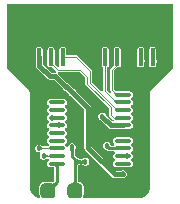
<source format=gtl>
G04*
G04 #@! TF.GenerationSoftware,Altium Limited,Altium Designer,22.0.2 (36)*
G04*
G04 Layer_Physical_Order=1*
G04 Layer_Color=255*
%FSLAX25Y25*%
%MOIN*%
G70*
G04*
G04 #@! TF.SameCoordinates,8B7FD933-5714-494C-BD6B-9A299CFF0B11*
G04*
G04*
G04 #@! TF.FilePolarity,Positive*
G04*
G01*
G75*
G04:AMPARAMS|DCode=12|XSize=15.75mil|YSize=59.06mil|CornerRadius=3.94mil|HoleSize=0mil|Usage=FLASHONLY|Rotation=180.000|XOffset=0mil|YOffset=0mil|HoleType=Round|Shape=RoundedRectangle|*
%AMROUNDEDRECTD12*
21,1,0.01575,0.05118,0,0,180.0*
21,1,0.00787,0.05906,0,0,180.0*
1,1,0.00787,-0.00394,0.02559*
1,1,0.00787,0.00394,0.02559*
1,1,0.00787,0.00394,-0.02559*
1,1,0.00787,-0.00394,-0.02559*
%
%ADD12ROUNDEDRECTD12*%
G04:AMPARAMS|DCode=13|XSize=39.37mil|YSize=59.06mil|CornerRadius=9.84mil|HoleSize=0mil|Usage=FLASHONLY|Rotation=0.000|XOffset=0mil|YOffset=0mil|HoleType=Round|Shape=RoundedRectangle|*
%AMROUNDEDRECTD13*
21,1,0.03937,0.03937,0,0,0.0*
21,1,0.01968,0.05906,0,0,0.0*
1,1,0.01968,0.00984,-0.01968*
1,1,0.01968,-0.00984,-0.01968*
1,1,0.01968,-0.00984,0.01968*
1,1,0.01968,0.00984,0.01968*
%
%ADD13ROUNDEDRECTD13*%
%ADD14O,0.05906X0.01378*%
G04:AMPARAMS|DCode=15|XSize=50mil|YSize=50mil|CornerRadius=12.5mil|HoleSize=0mil|Usage=FLASHONLY|Rotation=90.000|XOffset=0mil|YOffset=0mil|HoleType=Round|Shape=RoundedRectangle|*
%AMROUNDEDRECTD15*
21,1,0.05000,0.02500,0,0,90.0*
21,1,0.02500,0.05000,0,0,90.0*
1,1,0.02500,0.01250,0.01250*
1,1,0.02500,0.01250,-0.01250*
1,1,0.02500,-0.01250,-0.01250*
1,1,0.02500,-0.01250,0.01250*
%
%ADD15ROUNDEDRECTD15*%
%ADD20C,0.01000*%
%ADD21C,0.00400*%
%ADD22C,0.01500*%
%ADD23C,0.01800*%
G36*
X-13925Y-6662D02*
X-13929Y-6650D01*
X-13935Y-6639D01*
X-13942Y-6629D01*
X-13952Y-6621D01*
X-13965Y-6614D01*
X-13979Y-6608D01*
X-13995Y-6603D01*
X-14014Y-6600D01*
X-14035Y-6598D01*
X-14058Y-6598D01*
Y-6198D01*
X-14035Y-6197D01*
X-14014Y-6195D01*
X-13995Y-6192D01*
X-13979Y-6187D01*
X-13965Y-6182D01*
X-13952Y-6174D01*
X-13942Y-6166D01*
X-13935Y-6157D01*
X-13929Y-6146D01*
X-13925Y-6134D01*
Y-6662D01*
D02*
G37*
G36*
X-16171Y-5849D02*
X-16008Y-5987D01*
X-15929Y-6043D01*
X-15850Y-6090D01*
X-15774Y-6129D01*
X-15698Y-6159D01*
X-15624Y-6180D01*
X-15552Y-6193D01*
X-15480Y-6198D01*
Y-6598D01*
X-15552Y-6602D01*
X-15624Y-6615D01*
X-15698Y-6636D01*
X-15774Y-6666D01*
X-15850Y-6705D01*
X-15929Y-6752D01*
X-16008Y-6808D01*
X-16089Y-6873D01*
X-16171Y-6946D01*
X-16255Y-7028D01*
Y-5768D01*
X-16171Y-5849D01*
D02*
G37*
G36*
X-5395Y-6572D02*
X-5417Y-6609D01*
X-5436Y-6654D01*
X-5453Y-6707D01*
X-5468Y-6768D01*
X-5479Y-6836D01*
X-5495Y-6997D01*
X-5499Y-7089D01*
X-5500Y-7188D01*
X-6500D01*
X-6501Y-7089D01*
X-6521Y-6836D01*
X-6532Y-6768D01*
X-6547Y-6707D01*
X-6564Y-6654D01*
X-6583Y-6609D01*
X-6605Y-6572D01*
X-6630Y-6543D01*
X-5370D01*
X-5395Y-6572D01*
D02*
G37*
G36*
X-14730Y-8408D02*
X-14567Y-8546D01*
X-14488Y-8602D01*
X-14410Y-8649D01*
X-14333Y-8688D01*
X-14257Y-8718D01*
X-14183Y-8739D01*
X-14110Y-8752D01*
X-14045Y-8756D01*
X-14035Y-8756D01*
X-14014Y-8754D01*
X-13995Y-8751D01*
X-13979Y-8746D01*
X-13965Y-8741D01*
X-13952Y-8734D01*
X-13942Y-8725D01*
X-13935Y-8716D01*
X-13929Y-8705D01*
X-13925Y-8692D01*
Y-9221D01*
X-13929Y-9209D01*
X-13935Y-9198D01*
X-13942Y-9188D01*
X-13952Y-9180D01*
X-13965Y-9173D01*
X-13979Y-9167D01*
X-13995Y-9162D01*
X-14014Y-9159D01*
X-14035Y-9157D01*
X-14045Y-9157D01*
X-14110Y-9161D01*
X-14183Y-9174D01*
X-14257Y-9195D01*
X-14333Y-9225D01*
X-14410Y-9264D01*
X-14488Y-9312D01*
X-14567Y-9367D01*
X-14648Y-9432D01*
X-14730Y-9505D01*
X-14814Y-9587D01*
Y-8327D01*
X-14730Y-8408D01*
D02*
G37*
G36*
X-2143Y-11430D02*
X-2172Y-11405D01*
X-2209Y-11383D01*
X-2254Y-11364D01*
X-2307Y-11347D01*
X-2368Y-11332D01*
X-2436Y-11321D01*
X-2597Y-11305D01*
X-2689Y-11301D01*
X-2788Y-11300D01*
Y-10300D01*
X-2689Y-10299D01*
X-2436Y-10279D01*
X-2368Y-10267D01*
X-2307Y-10253D01*
X-2254Y-10236D01*
X-2209Y-10217D01*
X-2172Y-10195D01*
X-2143Y-10170D01*
Y-11430D01*
D02*
G37*
G36*
X-4556Y-9727D02*
X-4405Y-9848D01*
X-4249Y-9954D01*
X-4087Y-10045D01*
X-3920Y-10123D01*
X-3746Y-10187D01*
X-3567Y-10236D01*
X-3381Y-10272D01*
X-3190Y-10293D01*
X-2993Y-10300D01*
Y-11300D01*
X-3189Y-11306D01*
X-3379Y-11326D01*
X-3562Y-11359D01*
X-3737Y-11405D01*
X-3906Y-11463D01*
X-4068Y-11535D01*
X-4223Y-11620D01*
X-4371Y-11718D01*
X-4512Y-11829D01*
X-4646Y-11953D01*
X-5353Y-11247D01*
X-5276Y-11155D01*
X-5221Y-11057D01*
X-5190Y-10955D01*
X-5181Y-10848D01*
X-5195Y-10735D01*
X-5233Y-10617D01*
X-5294Y-10494D01*
X-5378Y-10365D01*
X-5484Y-10232D01*
X-5614Y-10093D01*
X-4700Y-9593D01*
X-4556Y-9727D01*
D02*
G37*
G36*
X27582Y20380D02*
X20351Y13149D01*
X20152Y12851D01*
X20082Y12500D01*
Y-19000D01*
X20084Y-19008D01*
X19946Y-20057D01*
X19538Y-21043D01*
X18889Y-21889D01*
X18043Y-22538D01*
X17057Y-22946D01*
X16008Y-23084D01*
X16000Y-23082D01*
X-2055D01*
X-2322Y-22582D01*
X-2196Y-22394D01*
X-2068Y-21750D01*
Y-19250D01*
X-2196Y-18606D01*
X-2560Y-18060D01*
X-3106Y-17696D01*
X-3750Y-17568D01*
X-4082D01*
Y-12046D01*
X-3999Y-11991D01*
X-3876Y-11924D01*
X-3747Y-11866D01*
X-3612Y-11819D01*
X-3469Y-11782D01*
X-3319Y-11755D01*
X-3160Y-11739D01*
X-2978Y-11733D01*
X-2945Y-11718D01*
X-2830D01*
X-2794Y-11733D01*
X-2701Y-11734D01*
X-2627Y-11737D01*
X-2494Y-11750D01*
X-2454Y-11757D01*
X-2423Y-11764D01*
X-2407Y-11769D01*
X-2393Y-11778D01*
X-2386Y-11779D01*
X-2381Y-11780D01*
X-2372Y-11781D01*
X-2355Y-11783D01*
X-2236Y-11902D01*
X-1759Y-12100D01*
X-1241D01*
X-764Y-11902D01*
X-398Y-11536D01*
X-200Y-11059D01*
Y-10541D01*
X-398Y-10064D01*
X-764Y-9698D01*
X-1241Y-9500D01*
X-1759D01*
X-2236Y-9698D01*
X-2355Y-9817D01*
X-2372Y-9819D01*
X-2381Y-9820D01*
X-2386Y-9821D01*
X-2393Y-9822D01*
X-2407Y-9831D01*
X-2423Y-9836D01*
X-2454Y-9843D01*
X-2489Y-9849D01*
X-2708Y-9866D01*
X-2794Y-9867D01*
X-2830Y-9882D01*
X-2944D01*
X-2977Y-9867D01*
X-3158Y-9861D01*
X-3317Y-9843D01*
X-3468Y-9814D01*
X-3614Y-9774D01*
X-3754Y-9723D01*
X-3889Y-9660D01*
X-4021Y-9586D01*
X-4148Y-9499D01*
X-4273Y-9399D01*
X-4405Y-9276D01*
X-4439Y-9263D01*
X-5082Y-8620D01*
Y-7230D01*
X-5067Y-7194D01*
X-5066Y-7101D01*
X-5063Y-7027D01*
X-5050Y-6894D01*
X-5043Y-6854D01*
X-5036Y-6823D01*
X-5031Y-6807D01*
X-5022Y-6793D01*
X-5021Y-6786D01*
X-5020Y-6781D01*
X-5019Y-6772D01*
X-5017Y-6756D01*
X-4898Y-6636D01*
X-4700Y-6159D01*
Y-5641D01*
X-4898Y-5164D01*
X-5264Y-4798D01*
X-5741Y-4600D01*
X-6259D01*
X-6736Y-4798D01*
X-7102Y-5164D01*
X-7300Y-5641D01*
Y-5787D01*
X-7800Y-5874D01*
X-7975Y-5613D01*
X-8332Y-5374D01*
X-8335Y-5360D01*
Y-4876D01*
X-8332Y-4863D01*
X-7975Y-4624D01*
X-7734Y-4264D01*
X-7649Y-3839D01*
X-7734Y-3414D01*
X-7975Y-3053D01*
X-8332Y-2815D01*
X-8335Y-2801D01*
Y-2317D01*
X-8332Y-2303D01*
X-7975Y-2065D01*
X-7734Y-1704D01*
X-7649Y-1280D01*
X-7734Y-855D01*
X-7975Y-494D01*
X-8332Y-255D01*
X-8335Y-242D01*
Y242D01*
X-8332Y255D01*
X-7975Y494D01*
X-7734Y855D01*
X-7649Y1280D01*
X-7734Y1704D01*
X-7975Y2065D01*
X-8332Y2303D01*
X-8335Y2317D01*
Y2801D01*
X-8332Y2815D01*
X-7975Y3053D01*
X-7734Y3414D01*
X-7649Y3839D01*
X-7734Y4264D01*
X-7975Y4624D01*
X-8332Y4863D01*
X-8335Y4876D01*
Y5360D01*
X-8332Y5374D01*
X-7975Y5613D01*
X-7734Y5973D01*
X-7649Y6398D01*
X-7734Y6822D01*
X-7975Y7183D01*
X-8332Y7422D01*
X-8335Y7435D01*
Y7919D01*
X-8332Y7933D01*
X-7975Y8172D01*
X-7734Y8532D01*
X-7649Y8957D01*
X-7734Y9382D01*
X-7975Y9742D01*
X-8335Y9983D01*
X-8760Y10067D01*
X-13287D01*
X-13712Y9983D01*
X-14073Y9742D01*
X-14313Y9382D01*
X-14398Y8957D01*
X-14313Y8532D01*
X-14073Y8172D01*
X-13715Y7933D01*
X-13712Y7919D01*
Y7435D01*
X-13715Y7422D01*
X-14073Y7183D01*
X-14313Y6822D01*
X-14398Y6398D01*
X-14313Y5973D01*
X-14073Y5613D01*
X-13715Y5374D01*
X-13712Y5360D01*
Y4876D01*
X-13715Y4863D01*
X-14073Y4624D01*
X-14313Y4264D01*
X-14398Y3839D01*
X-14313Y3414D01*
X-14073Y3053D01*
X-13715Y2815D01*
X-13712Y2801D01*
Y2317D01*
X-13715Y2303D01*
X-14073Y2065D01*
X-14313Y1704D01*
X-14398Y1280D01*
X-14313Y855D01*
X-14073Y494D01*
X-13715Y255D01*
X-13712Y242D01*
Y-242D01*
X-13715Y-255D01*
X-14073Y-494D01*
X-14313Y-855D01*
X-14398Y-1280D01*
X-14313Y-1704D01*
X-14073Y-2065D01*
X-13715Y-2303D01*
X-13712Y-2317D01*
Y-2801D01*
X-13715Y-2815D01*
X-14073Y-3053D01*
X-14313Y-3414D01*
X-14398Y-3839D01*
X-14313Y-4264D01*
X-14073Y-4624D01*
X-13715Y-4863D01*
X-13712Y-4876D01*
Y-5360D01*
X-13715Y-5374D01*
X-14073Y-5613D01*
X-14163Y-5748D01*
X-15559D01*
X-15596Y-5734D01*
X-15641Y-5711D01*
X-15692Y-5680D01*
X-15744Y-5644D01*
X-15880Y-5529D01*
X-15952Y-5458D01*
X-16030Y-5427D01*
X-16161Y-5296D01*
X-16639Y-5098D01*
X-17156D01*
X-17634Y-5296D01*
X-18000Y-5661D01*
X-18198Y-6139D01*
Y-6656D01*
X-18000Y-7134D01*
X-17634Y-7500D01*
X-17156Y-7698D01*
X-16743D01*
X-16548Y-7995D01*
X-16498Y-8160D01*
X-16559Y-8220D01*
X-16757Y-8698D01*
Y-9215D01*
X-16559Y-9693D01*
X-16193Y-10059D01*
X-15715Y-10257D01*
X-15198D01*
X-14720Y-10059D01*
X-14589Y-9928D01*
X-14511Y-9896D01*
X-14142Y-9766D01*
X-13968Y-9859D01*
X-13733Y-10024D01*
X-13738Y-10507D01*
X-14073Y-10731D01*
X-14313Y-11091D01*
X-14398Y-11516D01*
X-14313Y-11941D01*
X-14073Y-12301D01*
X-13712Y-12541D01*
X-13287Y-12626D01*
X-12039D01*
X-12038Y-12627D01*
X-11959Y-12629D01*
X-11941Y-12631D01*
Y-17238D01*
X-12260Y-17557D01*
X-12295Y-17571D01*
X-12329Y-17603D01*
X-12344Y-17616D01*
X-12367Y-17625D01*
X-12655Y-17568D01*
X-15156D01*
X-15799Y-17696D01*
X-16345Y-18060D01*
X-16710Y-18606D01*
X-16838Y-19250D01*
Y-21750D01*
X-16710Y-22394D01*
X-16641Y-22496D01*
X-16931Y-22962D01*
X-17057Y-22946D01*
X-18043Y-22538D01*
X-18889Y-21889D01*
X-19538Y-21043D01*
X-19946Y-20057D01*
X-20084Y-19008D01*
X-20082Y-19000D01*
Y12500D01*
X-20152Y12851D01*
X-20351Y13149D01*
X-27582Y20380D01*
Y41582D01*
X27582D01*
Y20380D01*
D02*
G37*
G36*
X-10119Y-12197D02*
X-10204Y-12207D01*
X-10279Y-12222D01*
X-10344Y-12244D01*
X-10399Y-12272D01*
X-10444Y-12306D01*
X-10479Y-12347D01*
X-10504Y-12394D01*
X-10519Y-12447D01*
X-10524Y-12506D01*
X-11524D01*
X-11529Y-12447D01*
X-11544Y-12394D01*
X-11569Y-12347D01*
X-11604Y-12306D01*
X-11649Y-12272D01*
X-11704Y-12244D01*
X-11769Y-12222D01*
X-11844Y-12207D01*
X-11929Y-12197D01*
X-12024Y-12194D01*
X-10024D01*
X-10119Y-12197D01*
D02*
G37*
G36*
X-4495Y-17761D02*
X-4480Y-17814D01*
X-4455Y-17860D01*
X-4420Y-17901D01*
X-4375Y-17935D01*
X-4320Y-17963D01*
X-4255Y-17985D01*
X-4180Y-18001D01*
X-4095Y-18010D01*
X-4000Y-18013D01*
X-6000D01*
X-5905Y-18010D01*
X-5820Y-18001D01*
X-5745Y-17985D01*
X-5680Y-17963D01*
X-5625Y-17935D01*
X-5580Y-17901D01*
X-5545Y-17860D01*
X-5520Y-17814D01*
X-5505Y-17761D01*
X-5500Y-17701D01*
X-4500D01*
X-4495Y-17761D01*
D02*
G37*
G36*
X-11289Y-18590D02*
X-11328Y-18632D01*
X-11392Y-18710D01*
X-11416Y-18746D01*
X-11435Y-18780D01*
X-11448Y-18813D01*
X-11457Y-18844D01*
X-11459Y-18874D01*
X-11457Y-18901D01*
X-11449Y-18927D01*
X-12332Y-18044D01*
X-12307Y-18052D01*
X-12279Y-18054D01*
X-12250Y-18051D01*
X-12219Y-18043D01*
X-12186Y-18030D01*
X-12151Y-18011D01*
X-12115Y-17987D01*
X-12077Y-17958D01*
X-12037Y-17923D01*
X-11996Y-17883D01*
X-11289Y-18590D01*
D02*
G37*
%LPC*%
G36*
X21268Y27368D02*
X20480D01*
X20171Y27307D01*
X19908Y27131D01*
X19733Y26869D01*
X19671Y26559D01*
Y21441D01*
X19733Y21131D01*
X19908Y20869D01*
X20171Y20693D01*
X20480Y20632D01*
X21268D01*
X21577Y20693D01*
X21840Y20869D01*
X22015Y21131D01*
X22077Y21441D01*
Y21938D01*
X22102Y21964D01*
X22300Y22441D01*
Y22959D01*
X22102Y23436D01*
X22077Y23461D01*
Y26559D01*
X22015Y26869D01*
X21840Y27131D01*
X21577Y27307D01*
X21268Y27368D01*
D02*
G37*
G36*
X17331D02*
X16543D01*
X16234Y27307D01*
X15971Y27131D01*
X15796Y26869D01*
X15734Y26559D01*
Y23282D01*
X15600Y22959D01*
Y22441D01*
X15734Y22118D01*
Y21441D01*
X15796Y21131D01*
X15971Y20869D01*
X16234Y20693D01*
X16543Y20632D01*
X17331D01*
X17640Y20693D01*
X17903Y20869D01*
X18078Y21131D01*
X18140Y21441D01*
Y22297D01*
X18200Y22441D01*
Y22959D01*
X18140Y23103D01*
Y26559D01*
X18078Y26869D01*
X17903Y27131D01*
X17640Y27307D01*
X17331Y27368D01*
D02*
G37*
G36*
X9457D02*
X8669D01*
X8360Y27307D01*
X8097Y27131D01*
X7922Y26869D01*
X7860Y26559D01*
Y21441D01*
X7904Y21222D01*
X6941Y20259D01*
X6751Y19800D01*
Y13000D01*
X6941Y12541D01*
X7343Y12139D01*
X7333Y12093D01*
X6785Y11934D01*
X5586Y13132D01*
Y20645D01*
X5829Y20693D01*
X6092Y20869D01*
X6267Y21131D01*
X6329Y21441D01*
Y26559D01*
X6267Y26869D01*
X6092Y27131D01*
X5829Y27307D01*
X5520Y27368D01*
X4732D01*
X4423Y27307D01*
X4160Y27131D01*
X3985Y26869D01*
X3923Y26559D01*
Y21441D01*
X3985Y21131D01*
X4160Y20869D01*
X4264Y20800D01*
X4270Y20783D01*
X4288Y20775D01*
Y12886D01*
X4223Y12827D01*
X3847Y12619D01*
X649Y15817D01*
Y19500D01*
X459Y19959D01*
X-4041Y24459D01*
X-4500Y24649D01*
X-7860D01*
Y26559D01*
X-7922Y26869D01*
X-8097Y27131D01*
X-8360Y27307D01*
X-8669Y27368D01*
X-9457D01*
X-9766Y27307D01*
X-10029Y27131D01*
X-10204Y26869D01*
X-10266Y26559D01*
Y21441D01*
X-10204Y21131D01*
X-10425Y20578D01*
X-10618Y20536D01*
X-11797Y21715D01*
Y26559D01*
X-11859Y26869D01*
X-12034Y27131D01*
X-12297Y27307D01*
X-12606Y27368D01*
X-13394D01*
X-13703Y27307D01*
X-13966Y27131D01*
X-14141Y26869D01*
X-14203Y26559D01*
Y21441D01*
X-14141Y21131D01*
X-13966Y20869D01*
X-13703Y20693D01*
X-13394Y20632D01*
X-12606D01*
X-12560Y20641D01*
X-11251Y19333D01*
X-11456Y18864D01*
X-11500Y18872D01*
X-12914D01*
X-15734Y21692D01*
Y26559D01*
X-15796Y26869D01*
X-15971Y27131D01*
X-16234Y27307D01*
X-16543Y27368D01*
X-17331D01*
X-17640Y27307D01*
X-17903Y27131D01*
X-18078Y26869D01*
X-18140Y26559D01*
Y21441D01*
X-18110Y21288D01*
Y21237D01*
X-18020Y20788D01*
X-17766Y20408D01*
X-14229Y16871D01*
X-13849Y16617D01*
X-13400Y16527D01*
X-11986D01*
X-9130Y13671D01*
X-9002Y13364D01*
X-8636Y12998D01*
X-8159Y12800D01*
X-8058D01*
X-7130Y11871D01*
X-7002Y11564D01*
X-6636Y11198D01*
X-6329Y11070D01*
X-1873Y6614D01*
Y-6100D01*
X-1783Y-6549D01*
X-1529Y-6929D01*
X6970Y-15429D01*
X7098Y-15736D01*
X7464Y-16102D01*
X7941Y-16300D01*
X8459D01*
X8766Y-16172D01*
X10434D01*
X10741Y-16300D01*
X11259D01*
X11736Y-16102D01*
X12102Y-15736D01*
X12300Y-15259D01*
Y-14741D01*
X12102Y-14264D01*
X11736Y-13898D01*
X11259Y-13700D01*
X10741D01*
X10434Y-13827D01*
X8766D01*
X8629Y-13770D01*
X472Y-5614D01*
Y7100D01*
X383Y7549D01*
X129Y7929D01*
X-4670Y12729D01*
X-4798Y13036D01*
X-5164Y13402D01*
X-5471Y13530D01*
X-7045Y15103D01*
X-7104Y15143D01*
X-7164Y15202D01*
X-7241Y15234D01*
X-7425Y15357D01*
X-7517Y15376D01*
X-10671Y18529D01*
X-10708Y18554D01*
X-10551Y19051D01*
X-3469D01*
X-1549Y17131D01*
Y15200D01*
X-1359Y14741D01*
X6251Y7131D01*
Y4900D01*
X6441Y4441D01*
X7841Y3041D01*
X7874Y3027D01*
X7802Y2516D01*
X7479Y2479D01*
X5330Y4629D01*
X5202Y4936D01*
X4836Y5302D01*
X4359Y5500D01*
X3841D01*
X3364Y5302D01*
X2998Y4936D01*
X2800Y4459D01*
Y3941D01*
X2998Y3464D01*
X3364Y3098D01*
X3671Y2970D01*
X6191Y450D01*
X6572Y196D01*
X7021Y107D01*
X11024D01*
X11337Y169D01*
X13287D01*
X13712Y254D01*
X14073Y494D01*
X14313Y855D01*
X14398Y1280D01*
X14313Y1704D01*
X14073Y2065D01*
X13715Y2303D01*
X13712Y2317D01*
Y2801D01*
X13715Y2815D01*
X14073Y3053D01*
X14313Y3414D01*
X14398Y3839D01*
X14313Y4264D01*
X14073Y4624D01*
X13715Y4863D01*
X13712Y4876D01*
Y5360D01*
X13715Y5374D01*
X14073Y5613D01*
X14313Y5973D01*
X14398Y6398D01*
X14313Y6822D01*
X14073Y7183D01*
X13715Y7422D01*
X13712Y7435D01*
Y7919D01*
X13715Y7933D01*
X14073Y8172D01*
X14313Y8532D01*
X14398Y8957D01*
X14313Y9382D01*
X14073Y9742D01*
X13715Y9981D01*
X13712Y9995D01*
Y10478D01*
X13715Y10492D01*
X14073Y10731D01*
X14313Y11091D01*
X14398Y11516D01*
X14313Y11941D01*
X14073Y12301D01*
X13712Y12541D01*
X13287Y12626D01*
X8851D01*
X8844Y12631D01*
X8821Y12626D01*
X8760D01*
X8735Y12621D01*
X8687Y12632D01*
X8049Y13269D01*
Y19531D01*
X9150Y20632D01*
X9457D01*
X9766Y20693D01*
X10029Y20869D01*
X10204Y21131D01*
X10266Y21441D01*
Y26559D01*
X10204Y26869D01*
X10029Y27131D01*
X9766Y27307D01*
X9457Y27368D01*
D02*
G37*
G36*
X13287Y-2728D02*
X8760D01*
X8335Y-2813D01*
X7975Y-3053D01*
X7734Y-3414D01*
X7649Y-3839D01*
X7734Y-4264D01*
X7975Y-4624D01*
X8039Y-4667D01*
X8088Y-5285D01*
X7885Y-5480D01*
X6900D01*
Y-5241D01*
X6702Y-4764D01*
X6336Y-4398D01*
X5859Y-4200D01*
X5341D01*
X4864Y-4398D01*
X4498Y-4764D01*
X4300Y-5241D01*
Y-5759D01*
X4498Y-6236D01*
X4864Y-6602D01*
X5341Y-6800D01*
X5602D01*
X5849Y-7046D01*
X6146Y-7245D01*
X6498Y-7315D01*
X8173D01*
X8332Y-7422D01*
X8335Y-7435D01*
Y-7919D01*
X8332Y-7933D01*
X7975Y-8172D01*
X7734Y-8532D01*
X7649Y-8957D01*
X7734Y-9382D01*
X7975Y-9742D01*
X8332Y-9981D01*
X8335Y-9995D01*
Y-10478D01*
X8332Y-10492D01*
X7975Y-10731D01*
X7734Y-11091D01*
X7649Y-11516D01*
X7734Y-11941D01*
X7975Y-12301D01*
X8335Y-12541D01*
X8760Y-12626D01*
X13287D01*
X13712Y-12541D01*
X14073Y-12301D01*
X14313Y-11941D01*
X14398Y-11516D01*
X14313Y-11091D01*
X14073Y-10731D01*
X13715Y-10492D01*
X13712Y-10478D01*
Y-9995D01*
X13715Y-9981D01*
X14073Y-9742D01*
X14313Y-9382D01*
X14398Y-8957D01*
X14313Y-8532D01*
X14073Y-8172D01*
X13715Y-7933D01*
X13712Y-7919D01*
Y-7435D01*
X13715Y-7422D01*
X14073Y-7183D01*
X14313Y-6822D01*
X14398Y-6398D01*
X14313Y-5973D01*
X14073Y-5613D01*
X13715Y-5374D01*
X13712Y-5360D01*
Y-4876D01*
X13715Y-4863D01*
X14073Y-4624D01*
X14313Y-4264D01*
X14398Y-3839D01*
X14313Y-3414D01*
X14073Y-3053D01*
X13712Y-2813D01*
X13287Y-2728D01*
D02*
G37*
%LPD*%
G36*
X-8291Y24362D02*
X-8287Y24328D01*
X-8280Y24298D01*
X-8271Y24272D01*
X-8259Y24250D01*
X-8245Y24232D01*
X-8227Y24218D01*
X-8208Y24208D01*
X-8185Y24202D01*
X-8160Y24200D01*
Y23800D01*
X-8185Y23798D01*
X-8208Y23792D01*
X-8227Y23782D01*
X-8245Y23768D01*
X-8259Y23750D01*
X-8271Y23728D01*
X-8280Y23702D01*
X-8287Y23672D01*
X-8291Y23638D01*
X-8292Y23600D01*
Y24400D01*
X-8291Y24362D01*
D02*
G37*
G36*
X9217Y21064D02*
X9170Y21068D01*
X9126Y21069D01*
X9083Y21068D01*
X9043Y21063D01*
X9005Y21055D01*
X8969Y21043D01*
X8936Y21029D01*
X8905Y21011D01*
X8876Y20991D01*
X8850Y20967D01*
X8363Y21045D01*
X8378Y21062D01*
X8391Y21077D01*
X8401Y21092D01*
X8408Y21105D01*
X8413Y21118D01*
X8415Y21129D01*
X8414Y21140D01*
X8410Y21150D01*
X8403Y21158D01*
X8394Y21166D01*
X9217Y21064D01*
D02*
G37*
G36*
X-12240Y21742D02*
X-12246Y21703D01*
X-12248Y21664D01*
X-12246Y21626D01*
X-12238Y21589D01*
X-12226Y21552D01*
X-12210Y21517D01*
X-12188Y21482D01*
X-12163Y21448D01*
X-12132Y21415D01*
X-12317Y21034D01*
X-12333Y21050D01*
X-12349Y21063D01*
X-12365Y21074D01*
X-12380Y21082D01*
X-12394Y21088D01*
X-12408Y21092D01*
X-12421Y21093D01*
X-12434Y21091D01*
X-12446Y21088D01*
X-12457Y21081D01*
X-12229Y21783D01*
X-12240Y21742D01*
D02*
G37*
G36*
X5337Y21064D02*
X5299Y21063D01*
X5265Y21060D01*
X5235Y21054D01*
X5209Y21045D01*
X5187Y21033D01*
X5169Y21019D01*
X5155Y21001D01*
X5145Y20981D01*
X5139Y20958D01*
X5137Y20932D01*
X4737D01*
X4735Y20955D01*
X4731Y20976D01*
X4723Y20995D01*
X4712Y21013D01*
X4699Y21029D01*
X4682Y21043D01*
X4662Y21055D01*
X4639Y21066D01*
X4613Y21074D01*
X4583Y21081D01*
X5337Y21064D01*
D02*
G37*
G36*
X8457Y12228D02*
X8479Y12215D01*
X8504Y12205D01*
X8531Y12197D01*
X8562Y12192D01*
X8595Y12190D01*
X8632Y12190D01*
X8671Y12192D01*
X8714Y12198D01*
X8760Y12206D01*
X8122Y11780D01*
X8138Y11805D01*
X8150Y11830D01*
X8158Y11853D01*
X8164Y11876D01*
X8166Y11898D01*
X8164Y11919D01*
X8159Y11939D01*
X8151Y11958D01*
X8139Y11976D01*
X8123Y11994D01*
X8439Y12244D01*
X8457Y12228D01*
D02*
G37*
G36*
X8438Y9647D02*
X8470Y9624D01*
X8502Y9606D01*
X8534Y9593D01*
X8566Y9585D01*
X8598Y9583D01*
X8630Y9586D01*
X8663Y9595D01*
X8695Y9609D01*
X8728Y9628D01*
X8122Y9221D01*
X8135Y9241D01*
X8144Y9262D01*
X8150Y9282D01*
X8153Y9301D01*
X8153Y9320D01*
X8150Y9339D01*
X8144Y9357D01*
X8135Y9375D01*
X8123Y9393D01*
X8107Y9410D01*
X8406Y9676D01*
X8438Y9647D01*
D02*
G37*
G36*
X8695Y7139D02*
X8729Y7113D01*
X8764Y7091D01*
X8800Y7075D01*
X8836Y7063D01*
X8873Y7056D01*
X8910Y7054D01*
X8948Y7056D01*
X8987Y7064D01*
X9026Y7076D01*
X8212Y6774D01*
X8249Y6790D01*
X8279Y6808D01*
X8301Y6827D01*
X8316Y6849D01*
X8324Y6872D01*
X8324Y6897D01*
X8317Y6923D01*
X8302Y6952D01*
X8281Y6982D01*
X8252Y7014D01*
X8661Y7170D01*
X8695Y7139D01*
D02*
G37*
G36*
X8122Y3574D02*
X8128Y3535D01*
X8126Y3506D01*
X8118Y3487D01*
X8103Y3478D01*
X8081Y3481D01*
X8053Y3493D01*
X8017Y3516D01*
X7975Y3549D01*
X7926Y3593D01*
X7870Y3647D01*
X8014Y4069D01*
X8030Y4054D01*
X8045Y4043D01*
X8059Y4036D01*
X8072Y4034D01*
X8083Y4035D01*
X8094Y4041D01*
X8102Y4050D01*
X8110Y4064D01*
X8117Y4081D01*
X8122Y4103D01*
Y3574D01*
D02*
G37*
D12*
X20874Y24000D02*
D03*
X16937D02*
D03*
X9063D02*
D03*
X13000D02*
D03*
X5126D02*
D03*
X-20874D02*
D03*
X-16937D02*
D03*
X-13000D02*
D03*
X-9063D02*
D03*
D13*
X500Y38500D02*
D03*
X25500D02*
D03*
X-25437D02*
D03*
X-4500D02*
D03*
D14*
X-11024Y11516D02*
D03*
Y8957D02*
D03*
Y6398D02*
D03*
Y3839D02*
D03*
Y1280D02*
D03*
Y-1280D02*
D03*
Y-3839D02*
D03*
Y-6398D02*
D03*
Y-8957D02*
D03*
Y-11516D02*
D03*
X11024Y11516D02*
D03*
Y8957D02*
D03*
Y6398D02*
D03*
Y3839D02*
D03*
Y1280D02*
D03*
Y-1280D02*
D03*
Y-3839D02*
D03*
Y-6398D02*
D03*
Y-8957D02*
D03*
Y-11516D02*
D03*
D15*
X3906Y-20500D02*
D03*
X-5000D02*
D03*
X-13905D02*
D03*
D20*
X-5000D02*
Y-11600D01*
X-13905Y-20500D02*
X-11024Y-17618D01*
Y-11516D01*
X-6000Y-9000D02*
X-4200Y-10800D01*
X-6000Y-9000D02*
Y-5900D01*
X5600Y-5500D02*
X6498Y-6398D01*
X11024D01*
X-5000Y-11600D02*
X-4200Y-10800D01*
X-1500D01*
D21*
X-15457Y-8957D02*
X-11024D01*
X-16900Y-6400D02*
X-16898Y-6398D01*
X-11024D01*
X7400Y13000D02*
Y19800D01*
X9063Y21463D02*
Y24000D01*
X7400Y19800D02*
X9063Y21463D01*
X4937Y12863D02*
Y24189D01*
X6900Y4900D02*
Y7400D01*
X-900Y15200D02*
Y17400D01*
Y15200D02*
X6900Y7400D01*
X-3200Y19700D02*
X-900Y17400D01*
X-10700Y19700D02*
X-3200D01*
X-13000Y22000D02*
X-10700Y19700D01*
X-13000Y22000D02*
Y24000D01*
X0Y15548D02*
Y19500D01*
X-4500Y24000D02*
X0Y19500D01*
X-9063Y24000D02*
X-4500D01*
X8843Y8957D02*
X11024D01*
X4937Y12863D02*
X8843Y8957D01*
X8884Y11516D02*
X11024D01*
X7400Y13000D02*
X8884Y11516D01*
X6900Y4900D02*
X8300Y3500D01*
X10685D01*
X11024Y3839D01*
X9150Y6398D02*
X11024D01*
X0Y15548D02*
X9150Y6398D01*
D22*
X-7874Y14274D02*
X-5900Y12300D01*
X-11500Y17700D02*
X-7900Y14100D01*
X-13400Y17700D02*
X-11500D01*
X-16937Y21237D02*
X-13400Y17700D01*
X-16937Y21237D02*
Y24000D01*
X-700Y-6100D02*
X8200Y-15000D01*
X-700Y-6100D02*
Y7100D01*
X-5900Y12300D02*
X-700Y7100D01*
X4100Y4200D02*
X7021Y1280D01*
X11024D01*
X8200Y-15000D02*
X11000D01*
D23*
X21000Y31000D02*
D03*
X17000D02*
D03*
X13000D02*
D03*
X9000D02*
D03*
X5000D02*
D03*
X-9000D02*
D03*
X-13000D02*
D03*
X-17000D02*
D03*
X-21000D02*
D03*
X18500Y17000D02*
D03*
X14500D02*
D03*
X10500D02*
D03*
X2500D02*
D03*
X-4500D02*
D03*
X-17500Y-15000D02*
D03*
Y-12000D02*
D03*
X16000Y-21500D02*
D03*
Y-18500D02*
D03*
X12500Y-21500D02*
D03*
Y-18500D02*
D03*
X9000Y-21500D02*
D03*
Y-18500D02*
D03*
X21000Y22700D02*
D03*
X16900D02*
D03*
X-15457Y-8957D02*
D03*
X-16898Y-6398D02*
D03*
X-10300Y1300D02*
D03*
X-12500Y3900D02*
D03*
X2700Y-5700D02*
D03*
X4800Y-15500D02*
D03*
X-10500Y13000D02*
D03*
X-12900D02*
D03*
X-100Y11200D02*
D03*
X1600Y8400D02*
D03*
X4100Y7300D02*
D03*
X-5900Y-1100D02*
D03*
X-4100Y1700D02*
D03*
X-5000Y7400D02*
D03*
X4100Y4200D02*
D03*
X-6000Y-5900D02*
D03*
X8200Y-15000D02*
D03*
X11000D02*
D03*
X5600Y-5500D02*
D03*
X12300Y-9000D02*
D03*
X-1500Y-10800D02*
D03*
X-7900Y14100D02*
D03*
X-5900Y12300D02*
D03*
M02*

</source>
